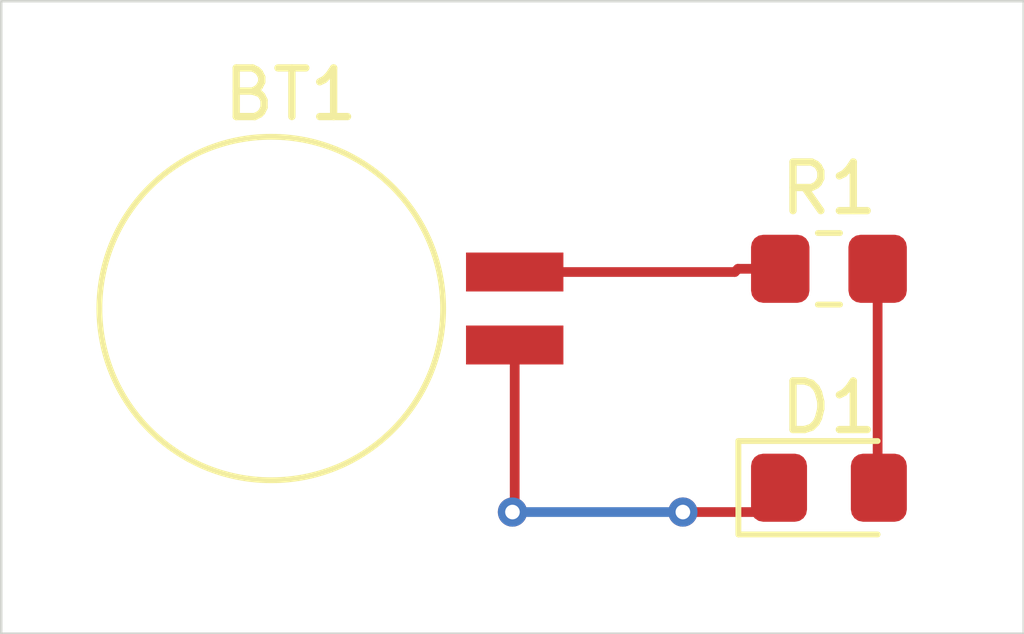
<source format=kicad_pcb>
(kicad_pcb (version 20240108) (generator "pcbnew") (generator_version "8.0")
  (layers (0 "F.Cu" signal) (31 "B.Cu" signal) (34 "B.Paste" user) (35 "F.Paste" user) (36 "B.SilkS" user "B.Silkscreen") (37 "F.SilkS" user "F.Silkscreen") (38 "B.Mask" user) (39 "F.Mask" user) (44 "Edge.Cuts" user))
  (net 0 "")
  (net 1 "Net-(BT1--)")
  (net 2 "Net-(BT1-+)")
  (net 3 "Net-(D1-A)")
  (footprint "Resistor_SMD:R_0805_2012Metric_Pad1.20x1.40mm_HandSolder" (layer "F.Cu") (at 106 96)
    (property "Reference" "R1" (at 0 -1.65 0) (layer "F.SilkS"))
    (property "Value" "R")
    (fp_line (start -0.227064 -0.735) (end 0.227064 -0.735) (stroke (width 0.12)) (layer "F.SilkS"))
    (fp_line (start -0.227064 0.735) (end 0.227064 0.735) (stroke (width 0.12)) (layer "F.SilkS"))
    (pad "1" smd roundrect (at -1 0) (size 1.2 1.4) (layers "F.Cu" "F.Paste" "F.Mask") (roundrect_rratio 0.208333) (net 2 "Net-(BT1-+)"))
    (pad "2" smd roundrect (at 1 0) (size 1.2 1.4) (layers "F.Cu" "F.Paste" "F.Mask") (roundrect_rratio 0.208333) (net 3 "Net-(D1-A)"))
  )
  (footprint "LED_SMD:LED_0805_2012Metric_Pad1.15x1.40mm_HandSolder" (layer "F.Cu") (at 106 100.5)
    (property "Reference" "D1" (at 0 -1.65 0) (layer "F.SilkS"))
    (property "Value" "LED")
    (fp_line (start -1.86 -0.96) (end -1.86 0.96) (stroke (width 0.12)) (layer "F.SilkS"))
    (fp_line (start -1.86 0.96) (end 1 0.96) (stroke (width 0.12)) (layer "F.SilkS"))
    (fp_line (start 1 -0.96) (end -1.86 -0.96) (stroke (width 0.12)) (layer "F.SilkS"))
    (pad "1" smd roundrect (at -1.025 0) (size 1.15 1.4) (layers "F.Cu" "F.Paste" "F.Mask") (roundrect_rratio 0.217391) (net 1 "Net-(BT1--)"))
    (pad "2" smd roundrect (at 1.025 0) (size 1.15 1.4) (layers "F.Cu" "F.Paste" "F.Mask") (roundrect_rratio 0.217391) (net 3 "Net-(D1-A)"))
  )
  (footprint "Battery:BatteryHolder_Seiko_MS621F" (layer "F.Cu") (at 99.546204 96.816204)
    (property "Reference" "BT1" (at -4.6 -4.4 0) (layer "F.SilkS"))
    (property "Value" "Battery_Cell")
    (fp_circle (center -5 0) (end -1.47 0) (stroke (width 0.12)) (fill none) (layer "F.SilkS"))
    (pad "1" smd rect (at 0 -0.75) (size 2 0.8) (layers "F.Cu" "F.Paste" "F.Mask") (net 2 "Net-(BT1-+)"))
    (pad "2" smd rect (at 0 0.75) (size 2 0.8) (layers "F.Cu" "F.Paste" "F.Mask") (net 1 "Net-(BT1--)"))
  )
  (gr_rect (start 89 90.5) (end 110 103.5) (stroke (width 0.05)) (fill none) (layer "Edge.Cuts"))
  (segment (start 103 101) (end 104.475 101) (width 0.2) (layer "F.Cu") (net 1))
  (segment (start 99.546204 97.566204) (end 99.546204 100.953796) (width 0.2) (layer "F.Cu") (net 1))
  (segment (start 104.475 101) (end 104.975 100.5) (width 0.2) (layer "F.Cu") (net 1))
  (segment (start 99.546204 100.953796) (end 99.5 101) (width 0.2) (layer "F.Cu") (net 1))
  (segment (start 99.546204 97.566204) (end 99.4 97.712408) (width 0.2) (layer "F.Cu") (net 1))
  (via (at 103 101) (size 0.6) (drill 0.3) (layers "F.Cu" "B.Cu") (net 1))
  (via (at 99.5 101) (size 0.6) (drill 0.3) (layers "F.Cu" "B.Cu") (net 1))
  (segment (start 99.5 101) (end 103 101) (width 0.2) (layer "B.Cu") (net 1))
  (segment (start 99.546204 96.066204) (end 104.066204 96.066204) (width 0.2) (layer "F.Cu") (net 2))
  (segment (start 104.066204 96.066204) (end 104.132408 96) (width 0.2) (layer "F.Cu") (net 2))
  (segment (start 104.132408 96) (end 105 96) (width 0.2) (layer "F.Cu") (net 2))
  (segment (start 107 100.475) (end 107.025 100.5) (width 0.2) (layer "F.Cu") (net 3))
  (segment (start 107 96) (end 107 100.475) (width 0.2) (layer "F.Cu") (net 3))
)
</source>
